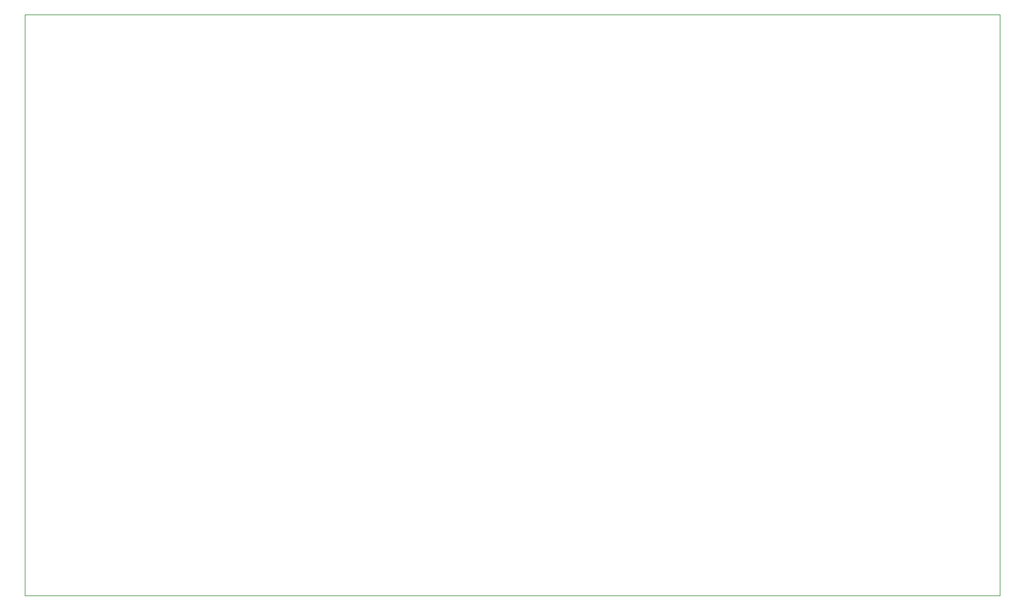
<source format=gbr>
G04 #@! TF.GenerationSoftware,KiCad,Pcbnew,5.1.10*
G04 #@! TF.CreationDate,2021-11-28T00:22:19+01:00*
G04 #@! TF.ProjectId,board,626f6172-642e-46b6-9963-61645f706362,rev?*
G04 #@! TF.SameCoordinates,Original*
G04 #@! TF.FileFunction,Profile,NP*
%FSLAX46Y46*%
G04 Gerber Fmt 4.6, Leading zero omitted, Abs format (unit mm)*
G04 Created by KiCad (PCBNEW 5.1.10) date 2021-11-28 00:22:19*
%MOMM*%
%LPD*%
G01*
G04 APERTURE LIST*
G04 #@! TA.AperFunction,Profile*
%ADD10C,0.050000*%
G04 #@! TD*
G04 APERTURE END LIST*
D10*
X24892000Y-48260000D02*
X24892000Y-129540000D01*
X24892000Y-48260000D02*
X161290000Y-48260000D01*
X24892000Y-129540000D02*
X161290000Y-129540000D01*
X161290000Y-129540000D02*
X161290000Y-48260000D01*
M02*

</source>
